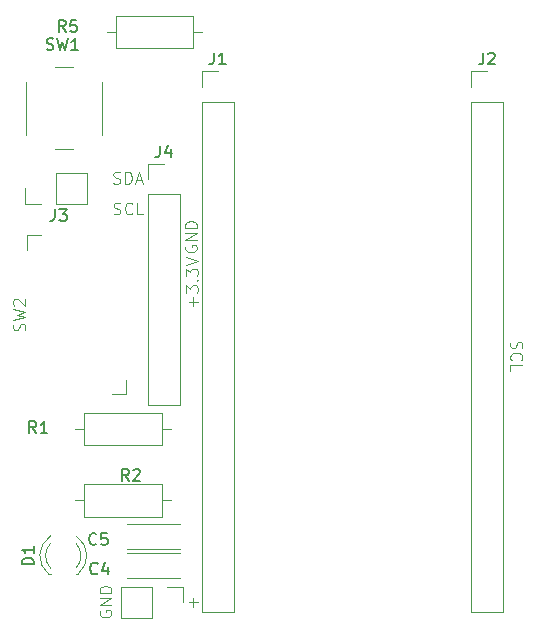
<source format=gbr>
%TF.GenerationSoftware,KiCad,Pcbnew,8.0.2*%
%TF.CreationDate,2025-03-31T19:16:32+02:00*%
%TF.ProjectId,Carte_main,43617274-655f-46d6-9169-6e2e6b696361,rev?*%
%TF.SameCoordinates,Original*%
%TF.FileFunction,Legend,Top*%
%TF.FilePolarity,Positive*%
%FSLAX46Y46*%
G04 Gerber Fmt 4.6, Leading zero omitted, Abs format (unit mm)*
G04 Created by KiCad (PCBNEW 8.0.2) date 2025-03-31 19:16:32*
%MOMM*%
%LPD*%
G01*
G04 APERTURE LIST*
%ADD10C,0.100000*%
%ADD11C,0.150000*%
%ADD12C,0.120000*%
G04 APERTURE END LIST*
D10*
X131516466Y-97346115D02*
X131516466Y-96584211D01*
X131897419Y-96965163D02*
X131135514Y-96965163D01*
X130897419Y-96203258D02*
X130897419Y-95584211D01*
X130897419Y-95584211D02*
X131278371Y-95917544D01*
X131278371Y-95917544D02*
X131278371Y-95774687D01*
X131278371Y-95774687D02*
X131325990Y-95679449D01*
X131325990Y-95679449D02*
X131373609Y-95631830D01*
X131373609Y-95631830D02*
X131468847Y-95584211D01*
X131468847Y-95584211D02*
X131706942Y-95584211D01*
X131706942Y-95584211D02*
X131802180Y-95631830D01*
X131802180Y-95631830D02*
X131849800Y-95679449D01*
X131849800Y-95679449D02*
X131897419Y-95774687D01*
X131897419Y-95774687D02*
X131897419Y-96060401D01*
X131897419Y-96060401D02*
X131849800Y-96155639D01*
X131849800Y-96155639D02*
X131802180Y-96203258D01*
X131802180Y-95155639D02*
X131849800Y-95108020D01*
X131849800Y-95108020D02*
X131897419Y-95155639D01*
X131897419Y-95155639D02*
X131849800Y-95203258D01*
X131849800Y-95203258D02*
X131802180Y-95155639D01*
X131802180Y-95155639D02*
X131897419Y-95155639D01*
X130897419Y-94774687D02*
X130897419Y-94155640D01*
X130897419Y-94155640D02*
X131278371Y-94488973D01*
X131278371Y-94488973D02*
X131278371Y-94346116D01*
X131278371Y-94346116D02*
X131325990Y-94250878D01*
X131325990Y-94250878D02*
X131373609Y-94203259D01*
X131373609Y-94203259D02*
X131468847Y-94155640D01*
X131468847Y-94155640D02*
X131706942Y-94155640D01*
X131706942Y-94155640D02*
X131802180Y-94203259D01*
X131802180Y-94203259D02*
X131849800Y-94250878D01*
X131849800Y-94250878D02*
X131897419Y-94346116D01*
X131897419Y-94346116D02*
X131897419Y-94631830D01*
X131897419Y-94631830D02*
X131849800Y-94727068D01*
X131849800Y-94727068D02*
X131802180Y-94774687D01*
X130897419Y-93869925D02*
X131897419Y-93536592D01*
X131897419Y-93536592D02*
X130897419Y-93203259D01*
X130870038Y-92222306D02*
X130822419Y-92317544D01*
X130822419Y-92317544D02*
X130822419Y-92460401D01*
X130822419Y-92460401D02*
X130870038Y-92603258D01*
X130870038Y-92603258D02*
X130965276Y-92698496D01*
X130965276Y-92698496D02*
X131060514Y-92746115D01*
X131060514Y-92746115D02*
X131250990Y-92793734D01*
X131250990Y-92793734D02*
X131393847Y-92793734D01*
X131393847Y-92793734D02*
X131584323Y-92746115D01*
X131584323Y-92746115D02*
X131679561Y-92698496D01*
X131679561Y-92698496D02*
X131774800Y-92603258D01*
X131774800Y-92603258D02*
X131822419Y-92460401D01*
X131822419Y-92460401D02*
X131822419Y-92365163D01*
X131822419Y-92365163D02*
X131774800Y-92222306D01*
X131774800Y-92222306D02*
X131727180Y-92174687D01*
X131727180Y-92174687D02*
X131393847Y-92174687D01*
X131393847Y-92174687D02*
X131393847Y-92365163D01*
X131822419Y-91746115D02*
X130822419Y-91746115D01*
X130822419Y-91746115D02*
X131822419Y-91174687D01*
X131822419Y-91174687D02*
X130822419Y-91174687D01*
X131822419Y-90698496D02*
X130822419Y-90698496D01*
X130822419Y-90698496D02*
X130822419Y-90460401D01*
X130822419Y-90460401D02*
X130870038Y-90317544D01*
X130870038Y-90317544D02*
X130965276Y-90222306D01*
X130965276Y-90222306D02*
X131060514Y-90174687D01*
X131060514Y-90174687D02*
X131250990Y-90127068D01*
X131250990Y-90127068D02*
X131393847Y-90127068D01*
X131393847Y-90127068D02*
X131584323Y-90174687D01*
X131584323Y-90174687D02*
X131679561Y-90222306D01*
X131679561Y-90222306D02*
X131774800Y-90317544D01*
X131774800Y-90317544D02*
X131822419Y-90460401D01*
X131822419Y-90460401D02*
X131822419Y-90698496D01*
X124756265Y-86924800D02*
X124899122Y-86972419D01*
X124899122Y-86972419D02*
X125137217Y-86972419D01*
X125137217Y-86972419D02*
X125232455Y-86924800D01*
X125232455Y-86924800D02*
X125280074Y-86877180D01*
X125280074Y-86877180D02*
X125327693Y-86781942D01*
X125327693Y-86781942D02*
X125327693Y-86686704D01*
X125327693Y-86686704D02*
X125280074Y-86591466D01*
X125280074Y-86591466D02*
X125232455Y-86543847D01*
X125232455Y-86543847D02*
X125137217Y-86496228D01*
X125137217Y-86496228D02*
X124946741Y-86448609D01*
X124946741Y-86448609D02*
X124851503Y-86400990D01*
X124851503Y-86400990D02*
X124803884Y-86353371D01*
X124803884Y-86353371D02*
X124756265Y-86258133D01*
X124756265Y-86258133D02*
X124756265Y-86162895D01*
X124756265Y-86162895D02*
X124803884Y-86067657D01*
X124803884Y-86067657D02*
X124851503Y-86020038D01*
X124851503Y-86020038D02*
X124946741Y-85972419D01*
X124946741Y-85972419D02*
X125184836Y-85972419D01*
X125184836Y-85972419D02*
X125327693Y-86020038D01*
X125756265Y-86972419D02*
X125756265Y-85972419D01*
X125756265Y-85972419D02*
X125994360Y-85972419D01*
X125994360Y-85972419D02*
X126137217Y-86020038D01*
X126137217Y-86020038D02*
X126232455Y-86115276D01*
X126232455Y-86115276D02*
X126280074Y-86210514D01*
X126280074Y-86210514D02*
X126327693Y-86400990D01*
X126327693Y-86400990D02*
X126327693Y-86543847D01*
X126327693Y-86543847D02*
X126280074Y-86734323D01*
X126280074Y-86734323D02*
X126232455Y-86829561D01*
X126232455Y-86829561D02*
X126137217Y-86924800D01*
X126137217Y-86924800D02*
X125994360Y-86972419D01*
X125994360Y-86972419D02*
X125756265Y-86972419D01*
X126708646Y-86686704D02*
X127184836Y-86686704D01*
X126613408Y-86972419D02*
X126946741Y-85972419D01*
X126946741Y-85972419D02*
X127280074Y-86972419D01*
X131113884Y-122427466D02*
X131875789Y-122427466D01*
X131494836Y-122808419D02*
X131494836Y-122046514D01*
X123634038Y-123124306D02*
X123586419Y-123219544D01*
X123586419Y-123219544D02*
X123586419Y-123362401D01*
X123586419Y-123362401D02*
X123634038Y-123505258D01*
X123634038Y-123505258D02*
X123729276Y-123600496D01*
X123729276Y-123600496D02*
X123824514Y-123648115D01*
X123824514Y-123648115D02*
X124014990Y-123695734D01*
X124014990Y-123695734D02*
X124157847Y-123695734D01*
X124157847Y-123695734D02*
X124348323Y-123648115D01*
X124348323Y-123648115D02*
X124443561Y-123600496D01*
X124443561Y-123600496D02*
X124538800Y-123505258D01*
X124538800Y-123505258D02*
X124586419Y-123362401D01*
X124586419Y-123362401D02*
X124586419Y-123267163D01*
X124586419Y-123267163D02*
X124538800Y-123124306D01*
X124538800Y-123124306D02*
X124491180Y-123076687D01*
X124491180Y-123076687D02*
X124157847Y-123076687D01*
X124157847Y-123076687D02*
X124157847Y-123267163D01*
X124586419Y-122648115D02*
X123586419Y-122648115D01*
X123586419Y-122648115D02*
X124586419Y-122076687D01*
X124586419Y-122076687D02*
X123586419Y-122076687D01*
X124586419Y-121600496D02*
X123586419Y-121600496D01*
X123586419Y-121600496D02*
X123586419Y-121362401D01*
X123586419Y-121362401D02*
X123634038Y-121219544D01*
X123634038Y-121219544D02*
X123729276Y-121124306D01*
X123729276Y-121124306D02*
X123824514Y-121076687D01*
X123824514Y-121076687D02*
X124014990Y-121029068D01*
X124014990Y-121029068D02*
X124157847Y-121029068D01*
X124157847Y-121029068D02*
X124348323Y-121076687D01*
X124348323Y-121076687D02*
X124443561Y-121124306D01*
X124443561Y-121124306D02*
X124538800Y-121219544D01*
X124538800Y-121219544D02*
X124586419Y-121362401D01*
X124586419Y-121362401D02*
X124586419Y-121600496D01*
X124781265Y-89524800D02*
X124924122Y-89572419D01*
X124924122Y-89572419D02*
X125162217Y-89572419D01*
X125162217Y-89572419D02*
X125257455Y-89524800D01*
X125257455Y-89524800D02*
X125305074Y-89477180D01*
X125305074Y-89477180D02*
X125352693Y-89381942D01*
X125352693Y-89381942D02*
X125352693Y-89286704D01*
X125352693Y-89286704D02*
X125305074Y-89191466D01*
X125305074Y-89191466D02*
X125257455Y-89143847D01*
X125257455Y-89143847D02*
X125162217Y-89096228D01*
X125162217Y-89096228D02*
X124971741Y-89048609D01*
X124971741Y-89048609D02*
X124876503Y-89000990D01*
X124876503Y-89000990D02*
X124828884Y-88953371D01*
X124828884Y-88953371D02*
X124781265Y-88858133D01*
X124781265Y-88858133D02*
X124781265Y-88762895D01*
X124781265Y-88762895D02*
X124828884Y-88667657D01*
X124828884Y-88667657D02*
X124876503Y-88620038D01*
X124876503Y-88620038D02*
X124971741Y-88572419D01*
X124971741Y-88572419D02*
X125209836Y-88572419D01*
X125209836Y-88572419D02*
X125352693Y-88620038D01*
X126352693Y-89477180D02*
X126305074Y-89524800D01*
X126305074Y-89524800D02*
X126162217Y-89572419D01*
X126162217Y-89572419D02*
X126066979Y-89572419D01*
X126066979Y-89572419D02*
X125924122Y-89524800D01*
X125924122Y-89524800D02*
X125828884Y-89429561D01*
X125828884Y-89429561D02*
X125781265Y-89334323D01*
X125781265Y-89334323D02*
X125733646Y-89143847D01*
X125733646Y-89143847D02*
X125733646Y-89000990D01*
X125733646Y-89000990D02*
X125781265Y-88810514D01*
X125781265Y-88810514D02*
X125828884Y-88715276D01*
X125828884Y-88715276D02*
X125924122Y-88620038D01*
X125924122Y-88620038D02*
X126066979Y-88572419D01*
X126066979Y-88572419D02*
X126162217Y-88572419D01*
X126162217Y-88572419D02*
X126305074Y-88620038D01*
X126305074Y-88620038D02*
X126352693Y-88667657D01*
X127257455Y-89572419D02*
X126781265Y-89572419D01*
X126781265Y-89572419D02*
X126781265Y-88572419D01*
X158417200Y-100332265D02*
X158369580Y-100475122D01*
X158369580Y-100475122D02*
X158369580Y-100713217D01*
X158369580Y-100713217D02*
X158417200Y-100808455D01*
X158417200Y-100808455D02*
X158464819Y-100856074D01*
X158464819Y-100856074D02*
X158560057Y-100903693D01*
X158560057Y-100903693D02*
X158655295Y-100903693D01*
X158655295Y-100903693D02*
X158750533Y-100856074D01*
X158750533Y-100856074D02*
X158798152Y-100808455D01*
X158798152Y-100808455D02*
X158845771Y-100713217D01*
X158845771Y-100713217D02*
X158893390Y-100522741D01*
X158893390Y-100522741D02*
X158941009Y-100427503D01*
X158941009Y-100427503D02*
X158988628Y-100379884D01*
X158988628Y-100379884D02*
X159083866Y-100332265D01*
X159083866Y-100332265D02*
X159179104Y-100332265D01*
X159179104Y-100332265D02*
X159274342Y-100379884D01*
X159274342Y-100379884D02*
X159321961Y-100427503D01*
X159321961Y-100427503D02*
X159369580Y-100522741D01*
X159369580Y-100522741D02*
X159369580Y-100760836D01*
X159369580Y-100760836D02*
X159321961Y-100903693D01*
X158464819Y-101903693D02*
X158417200Y-101856074D01*
X158417200Y-101856074D02*
X158369580Y-101713217D01*
X158369580Y-101713217D02*
X158369580Y-101617979D01*
X158369580Y-101617979D02*
X158417200Y-101475122D01*
X158417200Y-101475122D02*
X158512438Y-101379884D01*
X158512438Y-101379884D02*
X158607676Y-101332265D01*
X158607676Y-101332265D02*
X158798152Y-101284646D01*
X158798152Y-101284646D02*
X158941009Y-101284646D01*
X158941009Y-101284646D02*
X159131485Y-101332265D01*
X159131485Y-101332265D02*
X159226723Y-101379884D01*
X159226723Y-101379884D02*
X159321961Y-101475122D01*
X159321961Y-101475122D02*
X159369580Y-101617979D01*
X159369580Y-101617979D02*
X159369580Y-101713217D01*
X159369580Y-101713217D02*
X159321961Y-101856074D01*
X159321961Y-101856074D02*
X159274342Y-101903693D01*
X158369580Y-102808455D02*
X158369580Y-102332265D01*
X158369580Y-102332265D02*
X159369580Y-102332265D01*
X117234800Y-99383332D02*
X117282419Y-99240475D01*
X117282419Y-99240475D02*
X117282419Y-99002380D01*
X117282419Y-99002380D02*
X117234800Y-98907142D01*
X117234800Y-98907142D02*
X117187180Y-98859523D01*
X117187180Y-98859523D02*
X117091942Y-98811904D01*
X117091942Y-98811904D02*
X116996704Y-98811904D01*
X116996704Y-98811904D02*
X116901466Y-98859523D01*
X116901466Y-98859523D02*
X116853847Y-98907142D01*
X116853847Y-98907142D02*
X116806228Y-99002380D01*
X116806228Y-99002380D02*
X116758609Y-99192856D01*
X116758609Y-99192856D02*
X116710990Y-99288094D01*
X116710990Y-99288094D02*
X116663371Y-99335713D01*
X116663371Y-99335713D02*
X116568133Y-99383332D01*
X116568133Y-99383332D02*
X116472895Y-99383332D01*
X116472895Y-99383332D02*
X116377657Y-99335713D01*
X116377657Y-99335713D02*
X116330038Y-99288094D01*
X116330038Y-99288094D02*
X116282419Y-99192856D01*
X116282419Y-99192856D02*
X116282419Y-98954761D01*
X116282419Y-98954761D02*
X116330038Y-98811904D01*
X116282419Y-98478570D02*
X117282419Y-98240475D01*
X117282419Y-98240475D02*
X116568133Y-98049999D01*
X116568133Y-98049999D02*
X117282419Y-97859523D01*
X117282419Y-97859523D02*
X116282419Y-97621428D01*
X116377657Y-97288094D02*
X116330038Y-97240475D01*
X116330038Y-97240475D02*
X116282419Y-97145237D01*
X116282419Y-97145237D02*
X116282419Y-96907142D01*
X116282419Y-96907142D02*
X116330038Y-96811904D01*
X116330038Y-96811904D02*
X116377657Y-96764285D01*
X116377657Y-96764285D02*
X116472895Y-96716666D01*
X116472895Y-96716666D02*
X116568133Y-96716666D01*
X116568133Y-96716666D02*
X116710990Y-96764285D01*
X116710990Y-96764285D02*
X117282419Y-97335713D01*
X117282419Y-97335713D02*
X117282419Y-96716666D01*
D11*
X118208333Y-108079819D02*
X117875000Y-107603628D01*
X117636905Y-108079819D02*
X117636905Y-107079819D01*
X117636905Y-107079819D02*
X118017857Y-107079819D01*
X118017857Y-107079819D02*
X118113095Y-107127438D01*
X118113095Y-107127438D02*
X118160714Y-107175057D01*
X118160714Y-107175057D02*
X118208333Y-107270295D01*
X118208333Y-107270295D02*
X118208333Y-107413152D01*
X118208333Y-107413152D02*
X118160714Y-107508390D01*
X118160714Y-107508390D02*
X118113095Y-107556009D01*
X118113095Y-107556009D02*
X118017857Y-107603628D01*
X118017857Y-107603628D02*
X117636905Y-107603628D01*
X119160714Y-108079819D02*
X118589286Y-108079819D01*
X118875000Y-108079819D02*
X118875000Y-107079819D01*
X118875000Y-107079819D02*
X118779762Y-107222676D01*
X118779762Y-107222676D02*
X118684524Y-107317914D01*
X118684524Y-107317914D02*
X118589286Y-107365533D01*
X123408333Y-119959580D02*
X123360714Y-120007200D01*
X123360714Y-120007200D02*
X123217857Y-120054819D01*
X123217857Y-120054819D02*
X123122619Y-120054819D01*
X123122619Y-120054819D02*
X122979762Y-120007200D01*
X122979762Y-120007200D02*
X122884524Y-119911961D01*
X122884524Y-119911961D02*
X122836905Y-119816723D01*
X122836905Y-119816723D02*
X122789286Y-119626247D01*
X122789286Y-119626247D02*
X122789286Y-119483390D01*
X122789286Y-119483390D02*
X122836905Y-119292914D01*
X122836905Y-119292914D02*
X122884524Y-119197676D01*
X122884524Y-119197676D02*
X122979762Y-119102438D01*
X122979762Y-119102438D02*
X123122619Y-119054819D01*
X123122619Y-119054819D02*
X123217857Y-119054819D01*
X123217857Y-119054819D02*
X123360714Y-119102438D01*
X123360714Y-119102438D02*
X123408333Y-119150057D01*
X124265476Y-119388152D02*
X124265476Y-120054819D01*
X124027381Y-119007200D02*
X123789286Y-119721485D01*
X123789286Y-119721485D02*
X124408333Y-119721485D01*
X119106667Y-75607200D02*
X119249524Y-75654819D01*
X119249524Y-75654819D02*
X119487619Y-75654819D01*
X119487619Y-75654819D02*
X119582857Y-75607200D01*
X119582857Y-75607200D02*
X119630476Y-75559580D01*
X119630476Y-75559580D02*
X119678095Y-75464342D01*
X119678095Y-75464342D02*
X119678095Y-75369104D01*
X119678095Y-75369104D02*
X119630476Y-75273866D01*
X119630476Y-75273866D02*
X119582857Y-75226247D01*
X119582857Y-75226247D02*
X119487619Y-75178628D01*
X119487619Y-75178628D02*
X119297143Y-75131009D01*
X119297143Y-75131009D02*
X119201905Y-75083390D01*
X119201905Y-75083390D02*
X119154286Y-75035771D01*
X119154286Y-75035771D02*
X119106667Y-74940533D01*
X119106667Y-74940533D02*
X119106667Y-74845295D01*
X119106667Y-74845295D02*
X119154286Y-74750057D01*
X119154286Y-74750057D02*
X119201905Y-74702438D01*
X119201905Y-74702438D02*
X119297143Y-74654819D01*
X119297143Y-74654819D02*
X119535238Y-74654819D01*
X119535238Y-74654819D02*
X119678095Y-74702438D01*
X120011429Y-74654819D02*
X120249524Y-75654819D01*
X120249524Y-75654819D02*
X120440000Y-74940533D01*
X120440000Y-74940533D02*
X120630476Y-75654819D01*
X120630476Y-75654819D02*
X120868572Y-74654819D01*
X121773333Y-75654819D02*
X121201905Y-75654819D01*
X121487619Y-75654819D02*
X121487619Y-74654819D01*
X121487619Y-74654819D02*
X121392381Y-74797676D01*
X121392381Y-74797676D02*
X121297143Y-74892914D01*
X121297143Y-74892914D02*
X121201905Y-74940533D01*
X133266666Y-75869819D02*
X133266666Y-76584104D01*
X133266666Y-76584104D02*
X133219047Y-76726961D01*
X133219047Y-76726961D02*
X133123809Y-76822200D01*
X133123809Y-76822200D02*
X132980952Y-76869819D01*
X132980952Y-76869819D02*
X132885714Y-76869819D01*
X134266666Y-76869819D02*
X133695238Y-76869819D01*
X133980952Y-76869819D02*
X133980952Y-75869819D01*
X133980952Y-75869819D02*
X133885714Y-76012676D01*
X133885714Y-76012676D02*
X133790476Y-76107914D01*
X133790476Y-76107914D02*
X133695238Y-76155533D01*
X120703333Y-74124819D02*
X120370000Y-73648628D01*
X120131905Y-74124819D02*
X120131905Y-73124819D01*
X120131905Y-73124819D02*
X120512857Y-73124819D01*
X120512857Y-73124819D02*
X120608095Y-73172438D01*
X120608095Y-73172438D02*
X120655714Y-73220057D01*
X120655714Y-73220057D02*
X120703333Y-73315295D01*
X120703333Y-73315295D02*
X120703333Y-73458152D01*
X120703333Y-73458152D02*
X120655714Y-73553390D01*
X120655714Y-73553390D02*
X120608095Y-73601009D01*
X120608095Y-73601009D02*
X120512857Y-73648628D01*
X120512857Y-73648628D02*
X120131905Y-73648628D01*
X121608095Y-73124819D02*
X121131905Y-73124819D01*
X121131905Y-73124819D02*
X121084286Y-73601009D01*
X121084286Y-73601009D02*
X121131905Y-73553390D01*
X121131905Y-73553390D02*
X121227143Y-73505771D01*
X121227143Y-73505771D02*
X121465238Y-73505771D01*
X121465238Y-73505771D02*
X121560476Y-73553390D01*
X121560476Y-73553390D02*
X121608095Y-73601009D01*
X121608095Y-73601009D02*
X121655714Y-73696247D01*
X121655714Y-73696247D02*
X121655714Y-73934342D01*
X121655714Y-73934342D02*
X121608095Y-74029580D01*
X121608095Y-74029580D02*
X121560476Y-74077200D01*
X121560476Y-74077200D02*
X121465238Y-74124819D01*
X121465238Y-74124819D02*
X121227143Y-74124819D01*
X121227143Y-74124819D02*
X121131905Y-74077200D01*
X121131905Y-74077200D02*
X121084286Y-74029580D01*
X126058333Y-112129819D02*
X125725000Y-111653628D01*
X125486905Y-112129819D02*
X125486905Y-111129819D01*
X125486905Y-111129819D02*
X125867857Y-111129819D01*
X125867857Y-111129819D02*
X125963095Y-111177438D01*
X125963095Y-111177438D02*
X126010714Y-111225057D01*
X126010714Y-111225057D02*
X126058333Y-111320295D01*
X126058333Y-111320295D02*
X126058333Y-111463152D01*
X126058333Y-111463152D02*
X126010714Y-111558390D01*
X126010714Y-111558390D02*
X125963095Y-111606009D01*
X125963095Y-111606009D02*
X125867857Y-111653628D01*
X125867857Y-111653628D02*
X125486905Y-111653628D01*
X126439286Y-111225057D02*
X126486905Y-111177438D01*
X126486905Y-111177438D02*
X126582143Y-111129819D01*
X126582143Y-111129819D02*
X126820238Y-111129819D01*
X126820238Y-111129819D02*
X126915476Y-111177438D01*
X126915476Y-111177438D02*
X126963095Y-111225057D01*
X126963095Y-111225057D02*
X127010714Y-111320295D01*
X127010714Y-111320295D02*
X127010714Y-111415533D01*
X127010714Y-111415533D02*
X126963095Y-111558390D01*
X126963095Y-111558390D02*
X126391667Y-112129819D01*
X126391667Y-112129819D02*
X127010714Y-112129819D01*
X119808666Y-89116819D02*
X119808666Y-89831104D01*
X119808666Y-89831104D02*
X119761047Y-89973961D01*
X119761047Y-89973961D02*
X119665809Y-90069200D01*
X119665809Y-90069200D02*
X119522952Y-90116819D01*
X119522952Y-90116819D02*
X119427714Y-90116819D01*
X120189619Y-89116819D02*
X120808666Y-89116819D01*
X120808666Y-89116819D02*
X120475333Y-89497771D01*
X120475333Y-89497771D02*
X120618190Y-89497771D01*
X120618190Y-89497771D02*
X120713428Y-89545390D01*
X120713428Y-89545390D02*
X120761047Y-89593009D01*
X120761047Y-89593009D02*
X120808666Y-89688247D01*
X120808666Y-89688247D02*
X120808666Y-89926342D01*
X120808666Y-89926342D02*
X120761047Y-90021580D01*
X120761047Y-90021580D02*
X120713428Y-90069200D01*
X120713428Y-90069200D02*
X120618190Y-90116819D01*
X120618190Y-90116819D02*
X120332476Y-90116819D01*
X120332476Y-90116819D02*
X120237238Y-90069200D01*
X120237238Y-90069200D02*
X120189619Y-90021580D01*
X128698666Y-83738819D02*
X128698666Y-84453104D01*
X128698666Y-84453104D02*
X128651047Y-84595961D01*
X128651047Y-84595961D02*
X128555809Y-84691200D01*
X128555809Y-84691200D02*
X128412952Y-84738819D01*
X128412952Y-84738819D02*
X128317714Y-84738819D01*
X129603428Y-84072152D02*
X129603428Y-84738819D01*
X129365333Y-83691200D02*
X129127238Y-84405485D01*
X129127238Y-84405485D02*
X129746285Y-84405485D01*
X118004819Y-119208094D02*
X117004819Y-119208094D01*
X117004819Y-119208094D02*
X117004819Y-118969999D01*
X117004819Y-118969999D02*
X117052438Y-118827142D01*
X117052438Y-118827142D02*
X117147676Y-118731904D01*
X117147676Y-118731904D02*
X117242914Y-118684285D01*
X117242914Y-118684285D02*
X117433390Y-118636666D01*
X117433390Y-118636666D02*
X117576247Y-118636666D01*
X117576247Y-118636666D02*
X117766723Y-118684285D01*
X117766723Y-118684285D02*
X117861961Y-118731904D01*
X117861961Y-118731904D02*
X117957200Y-118827142D01*
X117957200Y-118827142D02*
X118004819Y-118969999D01*
X118004819Y-118969999D02*
X118004819Y-119208094D01*
X118004819Y-117684285D02*
X118004819Y-118255713D01*
X118004819Y-117969999D02*
X117004819Y-117969999D01*
X117004819Y-117969999D02*
X117147676Y-118065237D01*
X117147676Y-118065237D02*
X117242914Y-118160475D01*
X117242914Y-118160475D02*
X117290533Y-118255713D01*
X156066666Y-75869819D02*
X156066666Y-76584104D01*
X156066666Y-76584104D02*
X156019047Y-76726961D01*
X156019047Y-76726961D02*
X155923809Y-76822200D01*
X155923809Y-76822200D02*
X155780952Y-76869819D01*
X155780952Y-76869819D02*
X155685714Y-76869819D01*
X156495238Y-75965057D02*
X156542857Y-75917438D01*
X156542857Y-75917438D02*
X156638095Y-75869819D01*
X156638095Y-75869819D02*
X156876190Y-75869819D01*
X156876190Y-75869819D02*
X156971428Y-75917438D01*
X156971428Y-75917438D02*
X157019047Y-75965057D01*
X157019047Y-75965057D02*
X157066666Y-76060295D01*
X157066666Y-76060295D02*
X157066666Y-76155533D01*
X157066666Y-76155533D02*
X157019047Y-76298390D01*
X157019047Y-76298390D02*
X156447619Y-76869819D01*
X156447619Y-76869819D02*
X157066666Y-76869819D01*
X123308333Y-117459580D02*
X123260714Y-117507200D01*
X123260714Y-117507200D02*
X123117857Y-117554819D01*
X123117857Y-117554819D02*
X123022619Y-117554819D01*
X123022619Y-117554819D02*
X122879762Y-117507200D01*
X122879762Y-117507200D02*
X122784524Y-117411961D01*
X122784524Y-117411961D02*
X122736905Y-117316723D01*
X122736905Y-117316723D02*
X122689286Y-117126247D01*
X122689286Y-117126247D02*
X122689286Y-116983390D01*
X122689286Y-116983390D02*
X122736905Y-116792914D01*
X122736905Y-116792914D02*
X122784524Y-116697676D01*
X122784524Y-116697676D02*
X122879762Y-116602438D01*
X122879762Y-116602438D02*
X123022619Y-116554819D01*
X123022619Y-116554819D02*
X123117857Y-116554819D01*
X123117857Y-116554819D02*
X123260714Y-116602438D01*
X123260714Y-116602438D02*
X123308333Y-116650057D01*
X124213095Y-116554819D02*
X123736905Y-116554819D01*
X123736905Y-116554819D02*
X123689286Y-117031009D01*
X123689286Y-117031009D02*
X123736905Y-116983390D01*
X123736905Y-116983390D02*
X123832143Y-116935771D01*
X123832143Y-116935771D02*
X124070238Y-116935771D01*
X124070238Y-116935771D02*
X124165476Y-116983390D01*
X124165476Y-116983390D02*
X124213095Y-117031009D01*
X124213095Y-117031009D02*
X124260714Y-117126247D01*
X124260714Y-117126247D02*
X124260714Y-117364342D01*
X124260714Y-117364342D02*
X124213095Y-117459580D01*
X124213095Y-117459580D02*
X124165476Y-117507200D01*
X124165476Y-117507200D02*
X124070238Y-117554819D01*
X124070238Y-117554819D02*
X123832143Y-117554819D01*
X123832143Y-117554819D02*
X123736905Y-117507200D01*
X123736905Y-117507200D02*
X123689286Y-117459580D01*
D10*
%TO.C,SW2*%
X117425000Y-91350000D02*
X117425000Y-92550000D01*
X118625000Y-91350000D02*
X117425000Y-91350000D01*
X124625000Y-104750000D02*
X125825000Y-104750000D01*
X125825000Y-104750000D02*
X125825000Y-103550000D01*
D12*
%TO.C,R1*%
X121535000Y-107725000D02*
X122305000Y-107725000D01*
X122305000Y-106355000D02*
X122305000Y-109095000D01*
X122305000Y-109095000D02*
X128845000Y-109095000D01*
X128845000Y-106355000D02*
X122305000Y-106355000D01*
X128845000Y-109095000D02*
X128845000Y-106355000D01*
X129615000Y-107725000D02*
X128845000Y-107725000D01*
%TO.C,C4*%
X125880000Y-118270000D02*
X125880000Y-118255000D01*
X125880000Y-120395000D02*
X125880000Y-120380000D01*
X130420000Y-118255000D02*
X125880000Y-118255000D01*
X130420000Y-118270000D02*
X130420000Y-118255000D01*
X130420000Y-120395000D02*
X125880000Y-120395000D01*
X130420000Y-120395000D02*
X130420000Y-120380000D01*
%TO.C,SW1*%
X117325000Y-78325000D02*
X117325000Y-82825000D01*
X119825000Y-84075000D02*
X121325000Y-84075000D01*
X121325000Y-77075000D02*
X119825000Y-77075000D01*
X123825000Y-82825000D02*
X123825000Y-78325000D01*
%TO.C,BT1*%
X125416000Y-121098000D02*
X125416000Y-123758000D01*
X128016000Y-121098000D02*
X125416000Y-121098000D01*
X128016000Y-121098000D02*
X128016000Y-123758000D01*
X128016000Y-123758000D02*
X125416000Y-123758000D01*
X129286000Y-121098000D02*
X130616000Y-121098000D01*
X130616000Y-121098000D02*
X130616000Y-122428000D01*
%TO.C,J1*%
X132270000Y-77415000D02*
X133600000Y-77415000D01*
X132270000Y-78745000D02*
X132270000Y-77415000D01*
X132270000Y-80015000D02*
X132270000Y-123255000D01*
X132270000Y-80015000D02*
X134930000Y-80015000D01*
X132270000Y-123255000D02*
X134930000Y-123255000D01*
X134930000Y-80015000D02*
X134930000Y-123255000D01*
%TO.C,R5*%
X124185000Y-74125000D02*
X124955000Y-74125000D01*
X124955000Y-72755000D02*
X124955000Y-75495000D01*
X124955000Y-75495000D02*
X131495000Y-75495000D01*
X131495000Y-72755000D02*
X124955000Y-72755000D01*
X131495000Y-75495000D02*
X131495000Y-72755000D01*
X132265000Y-74125000D02*
X131495000Y-74125000D01*
%TO.C,R2*%
X121530000Y-113792000D02*
X122300000Y-113792000D01*
X122300000Y-112422000D02*
X122300000Y-115162000D01*
X122300000Y-115162000D02*
X128840000Y-115162000D01*
X128840000Y-112422000D02*
X122300000Y-112422000D01*
X128840000Y-115162000D02*
X128840000Y-112422000D01*
X129610000Y-113792000D02*
X128840000Y-113792000D01*
%TO.C,J3*%
X117283000Y-88706000D02*
X117283000Y-87376000D01*
X118613000Y-88706000D02*
X117283000Y-88706000D01*
X119883000Y-86046000D02*
X122483000Y-86046000D01*
X119883000Y-88706000D02*
X119883000Y-86046000D01*
X119883000Y-88706000D02*
X122483000Y-88706000D01*
X122483000Y-88706000D02*
X122483000Y-86046000D01*
%TO.C,J4*%
X127702000Y-85284000D02*
X129032000Y-85284000D01*
X127702000Y-86614000D02*
X127702000Y-85284000D01*
X127702000Y-87884000D02*
X127702000Y-105724000D01*
X127702000Y-87884000D02*
X130362000Y-87884000D01*
X127702000Y-105724000D02*
X130362000Y-105724000D01*
X130362000Y-87884000D02*
X130362000Y-105724000D01*
%TO.C,D1*%
X119274000Y-120030000D02*
X119430000Y-120030000D01*
X121590000Y-120030000D02*
X121746000Y-120030000D01*
X119274484Y-120030000D02*
G75*
G02*
X119431392Y-116797665I1235516J1560000D01*
G01*
X119430000Y-119510961D02*
G75*
G02*
X119430163Y-117428870I1080000J1040961D01*
G01*
X121588608Y-116797665D02*
G75*
G02*
X121745516Y-120030000I-1078608J-1672335D01*
G01*
X121589837Y-117428870D02*
G75*
G02*
X121590000Y-119510961I-1079837J-1041130D01*
G01*
%TO.C,J2*%
X155070000Y-77415000D02*
X156400000Y-77415000D01*
X155070000Y-78745000D02*
X155070000Y-77415000D01*
X155070000Y-80015000D02*
X155070000Y-123255000D01*
X155070000Y-80015000D02*
X157730000Y-80015000D01*
X155070000Y-123255000D02*
X157730000Y-123255000D01*
X157730000Y-80015000D02*
X157730000Y-123255000D01*
%TO.C,C5*%
X125880000Y-115770000D02*
X125880000Y-115755000D01*
X125880000Y-117895000D02*
X125880000Y-117880000D01*
X130420000Y-115755000D02*
X125880000Y-115755000D01*
X130420000Y-115770000D02*
X130420000Y-115755000D01*
X130420000Y-117895000D02*
X125880000Y-117895000D01*
X130420000Y-117895000D02*
X130420000Y-117880000D01*
%TD*%
M02*

</source>
